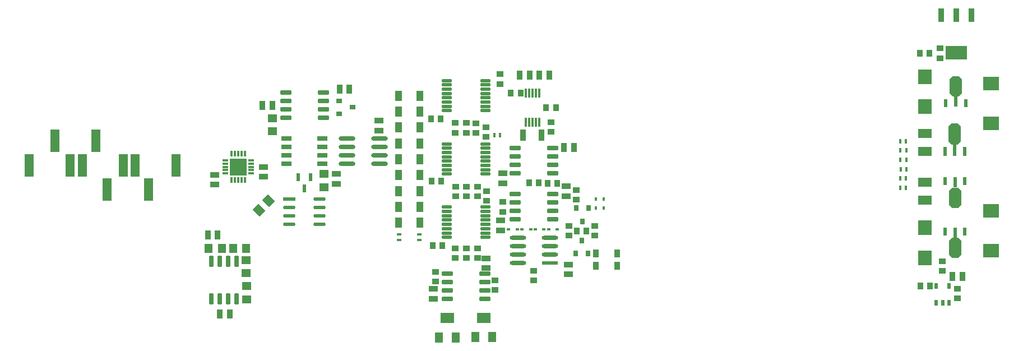
<source format=gbr>
%TF.GenerationSoftware,Altium Limited,Altium Designer,22.2.1 (43)*%
G04 Layer_Color=8421504*
%FSLAX45Y45*%
%MOMM*%
%TF.SameCoordinates,02F1B47A-F79C-4BE6-BEC0-26DF2024C161*%
%TF.FilePolarity,Positive*%
%TF.FileFunction,Paste,Top*%
%TF.Part,Single*%
G01*
G75*
%TA.AperFunction,SMDPad,CuDef*%
G04:AMPARAMS|DCode=12|XSize=1.5mm|YSize=0.45mm|CornerRadius=0.0495mm|HoleSize=0mm|Usage=FLASHONLY|Rotation=180.000|XOffset=0mm|YOffset=0mm|HoleType=Round|Shape=RoundedRectangle|*
%AMROUNDEDRECTD12*
21,1,1.50000,0.35100,0,0,180.0*
21,1,1.40100,0.45000,0,0,180.0*
1,1,0.09900,-0.70050,0.17550*
1,1,0.09900,0.70050,0.17550*
1,1,0.09900,0.70050,-0.17550*
1,1,0.09900,-0.70050,-0.17550*
%
%ADD12ROUNDEDRECTD12*%
G04:AMPARAMS|DCode=13|XSize=2.46916mm|YSize=0.62213mm|CornerRadius=0.31107mm|HoleSize=0mm|Usage=FLASHONLY|Rotation=180.000|XOffset=0mm|YOffset=0mm|HoleType=Round|Shape=RoundedRectangle|*
%AMROUNDEDRECTD13*
21,1,2.46916,0.00000,0,0,180.0*
21,1,1.84702,0.62213,0,0,180.0*
1,1,0.62213,-0.92351,0.00000*
1,1,0.62213,0.92351,0.00000*
1,1,0.62213,0.92351,0.00000*
1,1,0.62213,-0.92351,0.00000*
%
%ADD13ROUNDEDRECTD13*%
%ADD14R,2.46916X0.62213*%
%ADD15R,1.45000X3.50000*%
%ADD16O,2.50000X0.70000*%
%ADD17R,1.30000X1.60000*%
%ADD18R,2.00000X1.60000*%
%ADD19R,0.95000X1.35000*%
%ADD20R,1.05000X0.95000*%
%ADD21R,0.95000X1.05000*%
%ADD22R,1.35000X0.95000*%
%ADD23R,1.05000X0.90000*%
%ADD24R,0.50000X1.20000*%
%ADD25R,0.50000X1.60000*%
G04:AMPARAMS|DCode=26|XSize=1.8mm|YSize=3mm|CornerRadius=0mm|HoleSize=0mm|Usage=FLASHONLY|Rotation=180.000|XOffset=0mm|YOffset=0mm|HoleType=Round|Shape=Octagon|*
%AMOCTAGOND26*
4,1,8,0.45000,-1.50000,-0.45000,-1.50000,-0.90000,-1.05000,-0.90000,1.05000,-0.45000,1.50000,0.45000,1.50000,0.90000,1.05000,0.90000,-1.05000,0.45000,-1.50000,0.0*
%
%ADD26OCTAGOND26*%

%ADD27R,2.13000X1.42000*%
%ADD28R,0.60000X1.40000*%
%ADD29R,0.60000X1.80000*%
G04:AMPARAMS|DCode=30|XSize=1.9mm|YSize=3.2mm|CornerRadius=0mm|HoleSize=0mm|Usage=FLASHONLY|Rotation=180.000|XOffset=0mm|YOffset=0mm|HoleType=Round|Shape=Octagon|*
%AMOCTAGOND30*
4,1,8,0.47500,-1.60000,-0.47500,-1.60000,-0.95000,-1.12500,-0.95000,1.12500,-0.47500,1.60000,0.47500,1.60000,0.95000,1.12500,0.95000,-1.12500,0.47500,-1.60000,0.0*
%
%ADD30OCTAGOND30*%

%ADD31R,2.33000X1.99000*%
G04:AMPARAMS|DCode=32|XSize=0.55mm|YSize=0.8mm|CornerRadius=0.0495mm|HoleSize=0mm|Usage=FLASHONLY|Rotation=180.000|XOffset=0mm|YOffset=0mm|HoleType=Round|Shape=RoundedRectangle|*
%AMROUNDEDRECTD32*
21,1,0.55000,0.70100,0,0,180.0*
21,1,0.45100,0.80000,0,0,180.0*
1,1,0.09900,-0.22550,0.35050*
1,1,0.09900,0.22550,0.35050*
1,1,0.09900,0.22550,-0.35050*
1,1,0.09900,-0.22550,-0.35050*
%
%ADD32ROUNDEDRECTD32*%
%ADD33R,2.15000X2.20000*%
%ADD34R,0.35000X0.65000*%
G04:AMPARAMS|DCode=35|XSize=0.65mm|YSize=1.65mm|CornerRadius=0.04875mm|HoleSize=0mm|Usage=FLASHONLY|Rotation=270.000|XOffset=0mm|YOffset=0mm|HoleType=Round|Shape=RoundedRectangle|*
%AMROUNDEDRECTD35*
21,1,0.65000,1.55250,0,0,270.0*
21,1,0.55250,1.65000,0,0,270.0*
1,1,0.09750,-0.77625,-0.27625*
1,1,0.09750,-0.77625,0.27625*
1,1,0.09750,0.77625,0.27625*
1,1,0.09750,0.77625,-0.27625*
%
%ADD35ROUNDEDRECTD35*%
G04:AMPARAMS|DCode=36|XSize=1.45mm|YSize=1.2mm|CornerRadius=0mm|HoleSize=0mm|Usage=FLASHONLY|Rotation=135.000|XOffset=0mm|YOffset=0mm|HoleType=Round|Shape=Rectangle|*
%AMROTATEDRECTD36*
4,1,4,0.93692,-0.08839,0.08839,-0.93692,-0.93692,0.08839,-0.08839,0.93692,0.93692,-0.08839,0.0*
%
%ADD36ROTATEDRECTD36*%

%ADD37R,0.90000X1.05000*%
%ADD38R,1.00000X1.50000*%
G04:AMPARAMS|DCode=39|XSize=0.65mm|YSize=1.65mm|CornerRadius=0.04875mm|HoleSize=0mm|Usage=FLASHONLY|Rotation=0.000|XOffset=0mm|YOffset=0mm|HoleType=Round|Shape=RoundedRectangle|*
%AMROUNDEDRECTD39*
21,1,0.65000,1.55250,0,0,0.0*
21,1,0.55250,1.65000,0,0,0.0*
1,1,0.09750,0.27625,-0.77625*
1,1,0.09750,-0.27625,-0.77625*
1,1,0.09750,-0.27625,0.77625*
1,1,0.09750,0.27625,0.77625*
%
%ADD39ROUNDEDRECTD39*%
%ADD40R,1.45000X1.20000*%
%ADD41R,1.20000X1.45000*%
%ADD42R,0.40000X0.48000*%
%ADD43R,0.48000X0.40000*%
%ADD44R,0.80000X0.90000*%
%ADD45R,0.91000X1.22000*%
%ADD46R,0.95000X1.70000*%
%ADD47R,0.30000X1.40000*%
%ADD48R,0.65000X0.35000*%
%ADD49R,0.85000X0.30000*%
%ADD50R,0.30000X0.85000*%
%ADD51R,2.60000X2.60000*%
%ADD52R,0.90000X0.80000*%
%ADD53R,1.52500X0.65000*%
%ADD54R,1.87407X0.54213*%
G04:AMPARAMS|DCode=55|XSize=1.87407mm|YSize=0.54213mm|CornerRadius=0.27107mm|HoleSize=0mm|Usage=FLASHONLY|Rotation=0.000|XOffset=0mm|YOffset=0mm|HoleType=Round|Shape=RoundedRectangle|*
%AMROUNDEDRECTD55*
21,1,1.87407,0.00000,0,0,0.0*
21,1,1.33193,0.54213,0,0,0.0*
1,1,0.54213,0.66597,0.00000*
1,1,0.54213,-0.66597,0.00000*
1,1,0.54213,-0.66597,0.00000*
1,1,0.54213,0.66597,0.00000*
%
%ADD55ROUNDEDRECTD55*%
%ADD56R,0.60000X1.30000*%
%ADD57R,0.90000X2.10000*%
%ADD58R,3.20000X2.10000*%
D12*
X9007593Y11116961D02*
D03*
Y11181961D02*
D03*
Y11246961D02*
D03*
Y11311961D02*
D03*
Y11376961D02*
D03*
Y11441961D02*
D03*
Y11506961D02*
D03*
Y11571961D02*
D03*
X9587593D02*
D03*
Y11506961D02*
D03*
Y11441961D02*
D03*
Y11376961D02*
D03*
Y11311961D02*
D03*
Y11246961D02*
D03*
Y11181961D02*
D03*
Y11116961D02*
D03*
Y12072818D02*
D03*
Y12137818D02*
D03*
Y12202818D02*
D03*
Y12267818D02*
D03*
Y12332818D02*
D03*
Y12397818D02*
D03*
Y12462818D02*
D03*
Y12527818D02*
D03*
X9007593D02*
D03*
Y12462818D02*
D03*
Y12397818D02*
D03*
Y12332818D02*
D03*
Y12267818D02*
D03*
Y12202818D02*
D03*
Y12137818D02*
D03*
Y12072818D02*
D03*
X9587593Y10161104D02*
D03*
Y10226104D02*
D03*
Y10291104D02*
D03*
Y10356104D02*
D03*
Y10421104D02*
D03*
Y10486104D02*
D03*
Y10551104D02*
D03*
Y10616104D02*
D03*
X9007593D02*
D03*
Y10551104D02*
D03*
Y10486104D02*
D03*
Y10421104D02*
D03*
Y10356104D02*
D03*
Y10291104D02*
D03*
Y10226104D02*
D03*
Y10161104D02*
D03*
D13*
X10077280Y9770000D02*
D03*
Y9897000D02*
D03*
Y10024000D02*
D03*
Y10151000D02*
D03*
X10560000D02*
D03*
Y10024000D02*
D03*
Y9897000D02*
D03*
D14*
Y9770000D02*
D03*
D15*
X3708100Y11620000D02*
D03*
X3088100D02*
D03*
X4498100Y10880000D02*
D03*
X3878100D02*
D03*
X3318100Y11250000D02*
D03*
X2698101D02*
D03*
X4118100D02*
D03*
X3498100D02*
D03*
X4918100Y11250000D02*
D03*
X4298100D02*
D03*
D16*
X7990410Y11275391D02*
D03*
Y11402391D02*
D03*
Y11529391D02*
D03*
Y11656391D02*
D03*
X7500410Y11275391D02*
D03*
Y11402391D02*
D03*
Y11529391D02*
D03*
Y11656391D02*
D03*
D17*
X8889544Y8650312D02*
D03*
X9139544D02*
D03*
X9438832Y8653151D02*
D03*
X9688832D02*
D03*
D18*
X9014544Y8940312D02*
D03*
X9563832Y8943151D02*
D03*
D19*
X10775000Y11520000D02*
D03*
X10925000D02*
D03*
X10555000Y12610000D02*
D03*
X10405000D02*
D03*
X10255000D02*
D03*
X10105000D02*
D03*
X5545000Y10200000D02*
D03*
X5395000D02*
D03*
X5575000Y9000000D02*
D03*
X5725000D02*
D03*
X16795000Y9571250D02*
D03*
X16645000D02*
D03*
X7385000Y12400000D02*
D03*
X7535000D02*
D03*
X6220000Y12150000D02*
D03*
X6370000D02*
D03*
D20*
X9810000Y12622500D02*
D03*
Y12477500D02*
D03*
X9610000Y10860000D02*
D03*
Y10715000D02*
D03*
X9600000Y11822500D02*
D03*
Y11677500D02*
D03*
D21*
X8912500Y11950000D02*
D03*
X8767500D02*
D03*
X8922500Y11010000D02*
D03*
X8777500D02*
D03*
X8789998Y10035000D02*
D03*
X8934998D02*
D03*
D22*
X5500000Y10955000D02*
D03*
Y11105000D02*
D03*
X6234908Y11224191D02*
D03*
Y11074191D02*
D03*
X9850000Y10975000D02*
D03*
Y11125000D02*
D03*
X9820000Y10265000D02*
D03*
Y10415000D02*
D03*
X10810000Y10780000D02*
D03*
Y10930000D02*
D03*
X9600000Y9695000D02*
D03*
Y9845000D02*
D03*
X8800000Y9235000D02*
D03*
Y9385000D02*
D03*
X7980000Y11775000D02*
D03*
Y11925000D02*
D03*
X10840000Y9750000D02*
D03*
Y9600000D02*
D03*
X7341642Y10966623D02*
D03*
Y11116623D02*
D03*
D23*
X16720000Y9382500D02*
D03*
Y9237500D02*
D03*
X16460001Y12867500D02*
D03*
Y13012500D02*
D03*
X16489999Y9800000D02*
D03*
Y9654999D02*
D03*
X9730000Y9367500D02*
D03*
Y9512500D02*
D03*
X8840000Y9494999D02*
D03*
Y9640000D02*
D03*
X9850000Y10692500D02*
D03*
Y10547500D02*
D03*
X10320000Y9652500D02*
D03*
Y9507500D02*
D03*
X10847938Y10187394D02*
D03*
Y10332394D02*
D03*
X11242243Y10185056D02*
D03*
Y10330057D02*
D03*
X10960000Y10727500D02*
D03*
Y10872500D02*
D03*
X10580000Y11902500D02*
D03*
Y11757500D02*
D03*
X9450000Y11737500D02*
D03*
Y11882500D02*
D03*
X9301351Y11741212D02*
D03*
Y11886212D02*
D03*
X9131351Y11741211D02*
D03*
Y11886211D02*
D03*
X9138325Y10781494D02*
D03*
X9138325Y10926494D02*
D03*
X9474054Y10778923D02*
D03*
Y10923923D02*
D03*
X9303375Y10778923D02*
D03*
Y10923923D02*
D03*
X9474114Y9846909D02*
D03*
Y9991909D02*
D03*
X9301351Y9846909D02*
D03*
Y9991909D02*
D03*
X9131351Y9846909D02*
D03*
Y9991910D02*
D03*
D24*
X16545000Y12189999D02*
D03*
X16845000Y12189999D02*
D03*
X16832500Y10248624D02*
D03*
X16532500D02*
D03*
X16532500Y11009082D02*
D03*
X16832500D02*
D03*
D25*
X16695000Y12209999D02*
D03*
X16682500Y10228623D02*
D03*
Y10989082D02*
D03*
D26*
X16695000Y12439999D02*
D03*
X16682500Y9998624D02*
D03*
Y10759082D02*
D03*
D27*
X16231355Y10988582D02*
D03*
Y10718583D02*
D03*
X16230000Y11725000D02*
D03*
Y11455000D02*
D03*
D28*
X16530000Y11454541D02*
D03*
X16830000D02*
D03*
D29*
X16680000Y11474541D02*
D03*
D30*
Y11724541D02*
D03*
D31*
X17223853Y12480500D02*
D03*
Y11878500D02*
D03*
Y9958123D02*
D03*
Y10560123D02*
D03*
D32*
X16400000Y9430000D02*
D03*
X16589999D02*
D03*
X16589999Y9175000D02*
D03*
X16495000D02*
D03*
X16400000D02*
D03*
D33*
X16231355Y10306124D02*
D03*
Y9851123D02*
D03*
X16230771Y12132500D02*
D03*
Y12587500D02*
D03*
D34*
X15942500Y10910000D02*
D03*
X15857500D02*
D03*
X15942500Y11050000D02*
D03*
X15857500D02*
D03*
X15945000Y11190000D02*
D03*
X15860001D02*
D03*
X15944238Y11331164D02*
D03*
X15859238D02*
D03*
X15944238Y11472366D02*
D03*
X15859238D02*
D03*
X15942500Y11610000D02*
D03*
X15857500D02*
D03*
X9727500Y11700000D02*
D03*
X9812500D02*
D03*
D35*
X9579526Y9230972D02*
D03*
X9579526Y9357972D02*
D03*
Y9484972D02*
D03*
Y9611972D02*
D03*
X9014527Y9230972D02*
D03*
Y9357972D02*
D03*
Y9484972D02*
D03*
Y9611972D02*
D03*
X10042039Y10817319D02*
D03*
Y10690319D02*
D03*
Y10563319D02*
D03*
Y10436319D02*
D03*
X10607039Y10817319D02*
D03*
Y10690319D02*
D03*
Y10563319D02*
D03*
Y10436319D02*
D03*
X10042039Y11510817D02*
D03*
Y11383817D02*
D03*
Y11256817D02*
D03*
Y11129817D02*
D03*
X10607039Y11510817D02*
D03*
Y11383817D02*
D03*
Y11256817D02*
D03*
Y11129817D02*
D03*
X6574490Y12346905D02*
D03*
Y12219905D02*
D03*
Y12092905D02*
D03*
Y11965905D02*
D03*
X7139489Y12346905D02*
D03*
Y12219905D02*
D03*
Y12092905D02*
D03*
Y11965905D02*
D03*
D36*
X6168579Y10568579D02*
D03*
X6310000Y10710000D02*
D03*
D37*
X16292500Y12939999D02*
D03*
X16147501D02*
D03*
X16302499Y9430000D02*
D03*
X16157500D02*
D03*
X11115000Y10260000D02*
D03*
X10970000D02*
D03*
X10526426Y10978891D02*
D03*
X10671427D02*
D03*
X10250000Y10980000D02*
D03*
X10395000D02*
D03*
X10507499Y12120000D02*
D03*
X10652500D02*
D03*
X9975000Y12340000D02*
D03*
X10120000D02*
D03*
D38*
X8279281Y10860317D02*
D03*
X8599281D02*
D03*
X8279281Y10380317D02*
D03*
X8599281D02*
D03*
X8279281Y10620317D02*
D03*
X8599281D02*
D03*
X8279281Y11100317D02*
D03*
X8599281D02*
D03*
X8279281Y11340317D02*
D03*
X8599281D02*
D03*
X8279281Y11580317D02*
D03*
X8599281D02*
D03*
X8279281Y11820317D02*
D03*
X8599281D02*
D03*
X8279281Y12060317D02*
D03*
X8599281D02*
D03*
X8279281Y12300317D02*
D03*
X8599281D02*
D03*
D39*
X5828473Y9797089D02*
D03*
X5701473Y9797089D02*
D03*
X5574473D02*
D03*
X5447473Y9797089D02*
D03*
X5828474Y9232089D02*
D03*
X5701473Y9232089D02*
D03*
X5574473D02*
D03*
X5447473D02*
D03*
D40*
X5980318Y9424022D02*
D03*
X5980318Y9224022D02*
D03*
X5977473Y9817089D02*
D03*
Y9617089D02*
D03*
X7150000Y11120000D02*
D03*
Y10920000D02*
D03*
X6370000Y11960000D02*
D03*
Y11760000D02*
D03*
D41*
X5777547Y9989610D02*
D03*
X5977547Y9989611D02*
D03*
X5606997Y9991431D02*
D03*
X5406997D02*
D03*
D42*
X11260000Y10604000D02*
D03*
Y10736000D02*
D03*
X11376723Y10737270D02*
D03*
Y10605269D02*
D03*
D43*
X10072001Y10280000D02*
D03*
X9940000D02*
D03*
X10272000Y10280000D02*
D03*
X10140000Y10280000D02*
D03*
X10472000D02*
D03*
X10340000D02*
D03*
X10676000Y10280000D02*
D03*
X10544000Y10280000D02*
D03*
D44*
X11046500Y10115456D02*
D03*
X11141500Y9915456D02*
D03*
X10951499D02*
D03*
X11052500Y10400000D02*
D03*
X10957501Y10600000D02*
D03*
X11147500D02*
D03*
D45*
X11583500Y9730000D02*
D03*
X11256500D02*
D03*
Y9920000D02*
D03*
X11583500D02*
D03*
D46*
X10440000Y11700000D02*
D03*
X10160000D02*
D03*
D47*
X10202500Y11902189D02*
D03*
X10252500Y11902189D02*
D03*
X10302500D02*
D03*
X10352499D02*
D03*
X10402500Y11902189D02*
D03*
Y12342189D02*
D03*
X10352500D02*
D03*
X10302500D02*
D03*
X10252500D02*
D03*
X10202500D02*
D03*
D48*
X8589280Y10207834D02*
D03*
Y10122834D02*
D03*
X8289281Y10122834D02*
D03*
Y10207834D02*
D03*
D49*
X5659958Y11325124D02*
D03*
Y11275123D02*
D03*
Y11225124D02*
D03*
Y11175124D02*
D03*
Y11125124D02*
D03*
X6049958D02*
D03*
Y11175124D02*
D03*
Y11225124D02*
D03*
Y11275123D02*
D03*
Y11325124D02*
D03*
D50*
X5754958Y11030123D02*
D03*
X5804958D02*
D03*
X5854958D02*
D03*
X5904958D02*
D03*
X5954958D02*
D03*
Y11420124D02*
D03*
X5904958D02*
D03*
X5854958D02*
D03*
X5804958D02*
D03*
X5754958D02*
D03*
D51*
X5854958Y11225124D02*
D03*
D52*
X7580410Y12123818D02*
D03*
X7380410Y12028818D02*
D03*
Y12218818D02*
D03*
D53*
X7128190Y11656391D02*
D03*
Y11529391D02*
D03*
Y11402391D02*
D03*
Y11275391D02*
D03*
X6585789D02*
D03*
Y11402391D02*
D03*
Y11529391D02*
D03*
Y11656391D02*
D03*
D54*
X6623814Y10739736D02*
D03*
D55*
Y10612736D02*
D03*
Y10485736D02*
D03*
Y10358736D02*
D03*
X7087027D02*
D03*
Y10485736D02*
D03*
Y10612736D02*
D03*
Y10739736D02*
D03*
D56*
X6856990Y10902321D02*
D03*
X6761990Y11072321D02*
D03*
X6951990D02*
D03*
D57*
X16930000Y13514999D02*
D03*
X16700000D02*
D03*
X16470000D02*
D03*
D58*
X16700000Y12945000D02*
D03*
%TF.MD5,f21cc2f2d51890b84719cadae7c452bd*%
M02*

</source>
